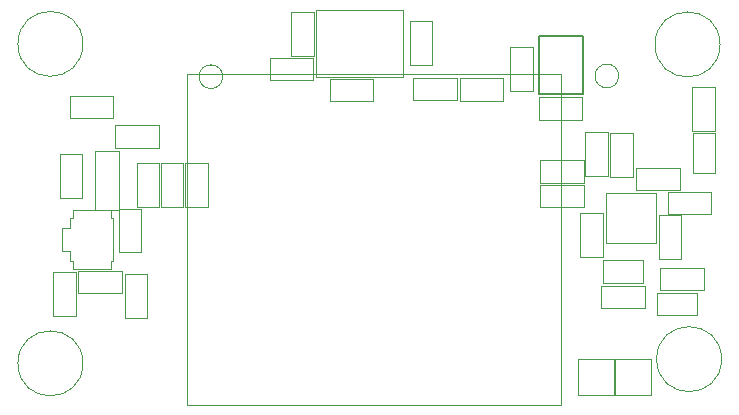
<source format=gbr>
%TF.GenerationSoftware,KiCad,Pcbnew,(5.0.2)-1*%
%TF.CreationDate,2021-04-08T12:32:07+02:00*%
%TF.ProjectId,trackerGPS,74726163-6b65-4724-9750-532e6b696361,rev?*%
%TF.SameCoordinates,Original*%
%TF.FileFunction,Other,User*%
%FSLAX46Y46*%
G04 Gerber Fmt 4.6, Leading zero omitted, Abs format (unit mm)*
G04 Created by KiCad (PCBNEW (5.0.2)-1) date 08/04/2021 12:32:07*
%MOMM*%
%LPD*%
G01*
G04 APERTURE LIST*
%ADD10C,0.050000*%
%ADD11C,0.150000*%
G04 APERTURE END LIST*
D10*
X158468100Y-76544200D02*
X156568100Y-76544200D01*
X156568100Y-76544200D02*
X156568100Y-73184200D01*
X156568100Y-73184200D02*
X158468100Y-73184200D01*
X158468100Y-73184200D02*
X158468100Y-76544200D01*
X158442700Y-72966300D02*
X156542700Y-72966300D01*
X156542700Y-72966300D02*
X156542700Y-69266300D01*
X156542700Y-69266300D02*
X158442700Y-69266300D01*
X158442700Y-69266300D02*
X158442700Y-72966300D01*
X116773200Y-68389500D02*
G75*
G03X116773200Y-68389500I-1000000J0D01*
G01*
X150301200Y-68326000D02*
G75*
G03X150301200Y-68326000I-1000000J0D01*
G01*
X113715400Y-96169000D02*
X113715400Y-68169000D01*
X113715400Y-68169000D02*
X145415400Y-68169000D01*
X145415400Y-68169000D02*
X145415400Y-96169000D01*
X145415400Y-96169000D02*
X113715400Y-96169000D01*
X140534000Y-70419000D02*
X136834000Y-70419000D01*
X140534000Y-68519000D02*
X140534000Y-70419000D01*
X136834000Y-68519000D02*
X140534000Y-68519000D01*
X136834000Y-70419000D02*
X136834000Y-68519000D01*
X132922400Y-70368200D02*
X132922400Y-68468200D01*
X132922400Y-68468200D02*
X136622400Y-68468200D01*
X136622400Y-68468200D02*
X136622400Y-70368200D01*
X136622400Y-70368200D02*
X132922400Y-70368200D01*
X159010800Y-92303600D02*
G75*
G03X159010800Y-92303600I-2750000J0D01*
G01*
X158883800Y-65659000D02*
G75*
G03X158883800Y-65659000I-2750000J0D01*
G01*
X104934200Y-65608200D02*
G75*
G03X104934200Y-65608200I-2750000J0D01*
G01*
X104934200Y-92659200D02*
G75*
G03X104934200Y-92659200I-2750000J0D01*
G01*
X103186800Y-83169000D02*
X103186800Y-81169000D01*
X103886800Y-83169000D02*
X103186800Y-83169000D01*
X107286800Y-83969000D02*
X107486800Y-83969000D01*
X107286800Y-84669000D02*
X107286800Y-83969000D01*
X107486800Y-83969000D02*
X107486800Y-80369000D01*
X103886800Y-83969000D02*
X104086800Y-83969000D01*
X104086800Y-84669000D02*
X104086800Y-83969000D01*
X107286800Y-84669000D02*
X104086800Y-84669000D01*
X107286800Y-80369000D02*
X107486800Y-80369000D01*
X107286800Y-80369000D02*
X107286800Y-79669000D01*
X103886800Y-81169000D02*
X103886800Y-80369000D01*
X107286800Y-79669000D02*
X104086800Y-79669000D01*
X104086800Y-80369000D02*
X104086800Y-79669000D01*
X103886800Y-80369000D02*
X104086800Y-80369000D01*
X103886800Y-83969000D02*
X103886800Y-83169000D01*
X103886800Y-81169000D02*
X103186800Y-81169000D01*
X153710600Y-83815800D02*
X153710600Y-80115800D01*
X155610600Y-83815800D02*
X153710600Y-83815800D01*
X155610600Y-80115800D02*
X155610600Y-83815800D01*
X153710600Y-80115800D02*
X155610600Y-80115800D01*
X147055800Y-79912600D02*
X148955800Y-79912600D01*
X148955800Y-79912600D02*
X148955800Y-83612600D01*
X148955800Y-83612600D02*
X147055800Y-83612600D01*
X147055800Y-83612600D02*
X147055800Y-79912600D01*
X156924800Y-88605400D02*
X153564800Y-88605400D01*
X156924800Y-86705400D02*
X156924800Y-88605400D01*
X153564800Y-86705400D02*
X156924800Y-86705400D01*
X153564800Y-88605400D02*
X153564800Y-86705400D01*
X152352800Y-83936800D02*
X152352800Y-85836800D01*
X152352800Y-85836800D02*
X148992800Y-85836800D01*
X148992800Y-85836800D02*
X148992800Y-83936800D01*
X148992800Y-83936800D02*
X152352800Y-83936800D01*
X143641200Y-79436000D02*
X143641200Y-77536000D01*
X143641200Y-77536000D02*
X147341200Y-77536000D01*
X147341200Y-77536000D02*
X147341200Y-79436000D01*
X147341200Y-79436000D02*
X143641200Y-79436000D01*
X149570400Y-76847200D02*
X149570400Y-73147200D01*
X151470400Y-76847200D02*
X149570400Y-76847200D01*
X151470400Y-73147200D02*
X151470400Y-76847200D01*
X149570400Y-73147200D02*
X151470400Y-73147200D01*
X157526600Y-84551480D02*
X157526600Y-86451480D01*
X157526600Y-86451480D02*
X153826600Y-86451480D01*
X153826600Y-86451480D02*
X153826600Y-84551480D01*
X153826600Y-84551480D02*
X157526600Y-84551480D01*
X147487600Y-76796400D02*
X147487600Y-73096400D01*
X149387600Y-76796400D02*
X147487600Y-76796400D01*
X149387600Y-73096400D02*
X149387600Y-76796400D01*
X147487600Y-73096400D02*
X149387600Y-73096400D01*
X158136200Y-78120200D02*
X158136200Y-80020200D01*
X158136200Y-80020200D02*
X154436200Y-80020200D01*
X154436200Y-80020200D02*
X154436200Y-78120200D01*
X154436200Y-78120200D02*
X158136200Y-78120200D01*
X152522800Y-87970400D02*
X148822800Y-87970400D01*
X152522800Y-86070400D02*
X152522800Y-87970400D01*
X148822800Y-86070400D02*
X152522800Y-86070400D01*
X148822800Y-87970400D02*
X148822800Y-86070400D01*
X143641200Y-77378600D02*
X143641200Y-75478600D01*
X143641200Y-75478600D02*
X147341200Y-75478600D01*
X147341200Y-75478600D02*
X147341200Y-77378600D01*
X147341200Y-77378600D02*
X143641200Y-77378600D01*
X149896960Y-95302200D02*
X146896960Y-95302200D01*
X149896960Y-95302200D02*
X149896960Y-92302200D01*
X146896960Y-92302200D02*
X146896960Y-95302200D01*
X146896960Y-92302200D02*
X149896960Y-92302200D01*
X150016080Y-92302200D02*
X153016080Y-92302200D01*
X150016080Y-92302200D02*
X150016080Y-95302200D01*
X153016080Y-95302200D02*
X153016080Y-92302200D01*
X153016080Y-95302200D02*
X150016080Y-95302200D01*
X149231400Y-78253600D02*
X149231400Y-82453600D01*
X153431400Y-78253600D02*
X153431400Y-82453600D01*
X149231400Y-78253600D02*
X153431400Y-78253600D01*
X149231400Y-82453600D02*
X153431400Y-82453600D01*
X109865200Y-83257000D02*
X107965200Y-83257000D01*
X107965200Y-83257000D02*
X107965200Y-79557000D01*
X107965200Y-79557000D02*
X109865200Y-79557000D01*
X109865200Y-79557000D02*
X109865200Y-83257000D01*
X113604000Y-75696200D02*
X115504000Y-75696200D01*
X115504000Y-75696200D02*
X115504000Y-79396200D01*
X115504000Y-79396200D02*
X113604000Y-79396200D01*
X113604000Y-79396200D02*
X113604000Y-75696200D01*
X109489200Y-79412600D02*
X109489200Y-75712600D01*
X111389200Y-79412600D02*
X109489200Y-79412600D01*
X111389200Y-75712600D02*
X111389200Y-79412600D01*
X109489200Y-75712600D02*
X111389200Y-75712600D01*
X111546600Y-75712600D02*
X113446600Y-75712600D01*
X113446600Y-75712600D02*
X113446600Y-79412600D01*
X113446600Y-79412600D02*
X111546600Y-79412600D01*
X111546600Y-79412600D02*
X111546600Y-75712600D01*
X104861400Y-74959600D02*
X104861400Y-78659600D01*
X102961400Y-74959600D02*
X104861400Y-74959600D01*
X102961400Y-78659600D02*
X102961400Y-74959600D01*
X104861400Y-78659600D02*
X102961400Y-78659600D01*
X103814000Y-71917600D02*
X103814000Y-70017600D01*
X103814000Y-70017600D02*
X107514000Y-70017600D01*
X107514000Y-70017600D02*
X107514000Y-71917600D01*
X107514000Y-71917600D02*
X103814000Y-71917600D01*
X143514200Y-70144600D02*
X147214200Y-70144600D01*
X143514200Y-72044600D02*
X143514200Y-70144600D01*
X147214200Y-72044600D02*
X143514200Y-72044600D01*
X147214200Y-70144600D02*
X147214200Y-72044600D01*
X141137600Y-69608200D02*
X141137600Y-65908200D01*
X143037600Y-69608200D02*
X141137600Y-69608200D01*
X143037600Y-65908200D02*
X143037600Y-69608200D01*
X141137600Y-65908200D02*
X143037600Y-65908200D01*
X107674800Y-72506800D02*
X111374800Y-72506800D01*
X107674800Y-74406800D02*
X107674800Y-72506800D01*
X111374800Y-74406800D02*
X107674800Y-74406800D01*
X111374800Y-72506800D02*
X111374800Y-74406800D01*
D11*
X147264600Y-69889701D02*
X147264600Y-69889701D01*
X147264600Y-69889701D02*
X147264600Y-64933501D01*
X147264600Y-64933501D02*
X143514600Y-64933501D01*
X143514600Y-64933501D02*
X143514600Y-69889701D01*
X143514600Y-69889701D02*
X147264600Y-69889701D01*
D10*
X110373200Y-88794200D02*
X108473200Y-88794200D01*
X108473200Y-88794200D02*
X108473200Y-85094200D01*
X108473200Y-85094200D02*
X110373200Y-85094200D01*
X110373200Y-85094200D02*
X110373200Y-88794200D01*
X104525200Y-84800400D02*
X108225200Y-84800400D01*
X104525200Y-86700400D02*
X104525200Y-84800400D01*
X108225200Y-86700400D02*
X104525200Y-86700400D01*
X108225200Y-84800400D02*
X108225200Y-86700400D01*
X102428000Y-88616400D02*
X102428000Y-84916400D01*
X104328000Y-88616400D02*
X102428000Y-88616400D01*
X104328000Y-84916400D02*
X104328000Y-88616400D01*
X102428000Y-84916400D02*
X104328000Y-84916400D01*
X151794600Y-78013600D02*
X151794600Y-76113600D01*
X151794600Y-76113600D02*
X155494600Y-76113600D01*
X155494600Y-76113600D02*
X155494600Y-78013600D01*
X155494600Y-78013600D02*
X151794600Y-78013600D01*
X105934800Y-74710600D02*
X108034800Y-74710600D01*
X108034800Y-74710600D02*
X108034800Y-79670600D01*
X108034800Y-79670600D02*
X105934800Y-79670600D01*
X105934800Y-79670600D02*
X105934800Y-74710600D01*
X132044800Y-68424000D02*
X124644800Y-68424000D01*
X124644800Y-68424000D02*
X124644800Y-62724000D01*
X124644800Y-62724000D02*
X132044800Y-62724000D01*
X132044800Y-62724000D02*
X132044800Y-68424000D01*
X132628600Y-67356600D02*
X132628600Y-63656600D01*
X134528600Y-67356600D02*
X132628600Y-67356600D01*
X134528600Y-63656600D02*
X134528600Y-67356600D01*
X132628600Y-63656600D02*
X134528600Y-63656600D01*
X124495600Y-66645400D02*
X122595600Y-66645400D01*
X122595600Y-66645400D02*
X122595600Y-62945400D01*
X122595600Y-62945400D02*
X124495600Y-62945400D01*
X124495600Y-62945400D02*
X124495600Y-66645400D01*
X120746800Y-66791800D02*
X124446800Y-66791800D01*
X120746800Y-68691800D02*
X120746800Y-66791800D01*
X124446800Y-68691800D02*
X120746800Y-68691800D01*
X124446800Y-66791800D02*
X124446800Y-68691800D01*
X125826800Y-70469800D02*
X125826800Y-68569800D01*
X125826800Y-68569800D02*
X129526800Y-68569800D01*
X129526800Y-68569800D02*
X129526800Y-70469800D01*
X129526800Y-70469800D02*
X125826800Y-70469800D01*
M02*

</source>
